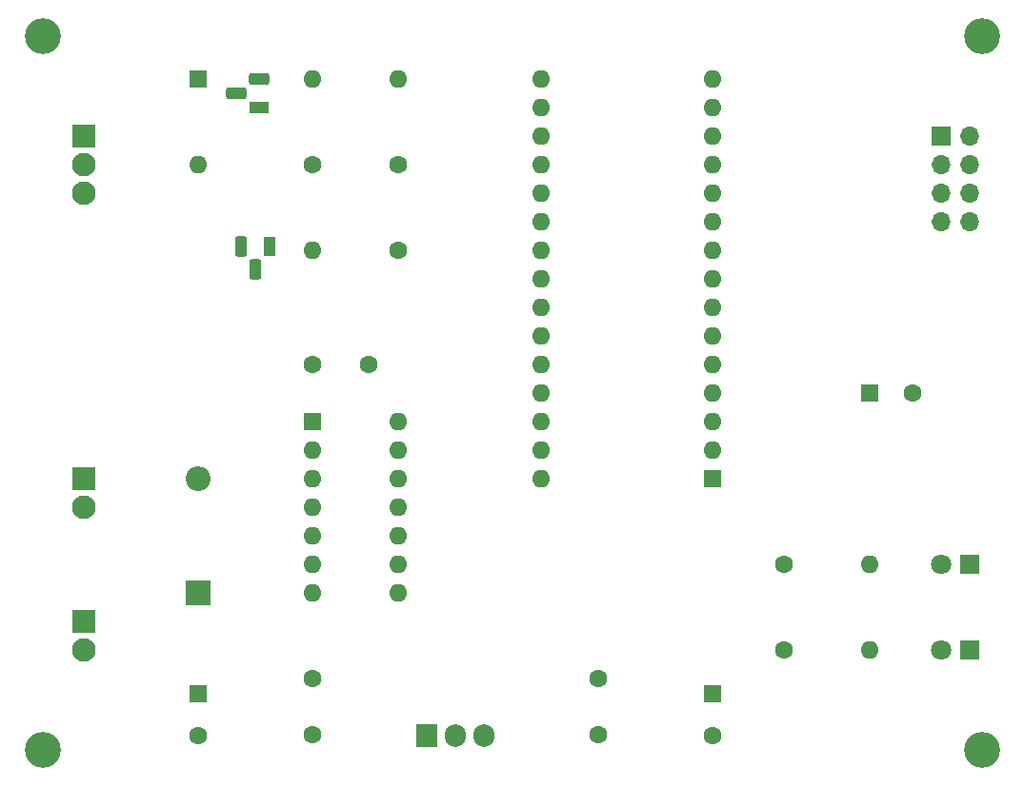
<source format=gbr>
%TF.GenerationSoftware,KiCad,Pcbnew,7.0.6*%
%TF.CreationDate,2023-08-28T19:52:01+02:00*%
%TF.ProjectId,ps2_mouse_to_serial_port_adapter_in_a_box,7073325f-6d6f-4757-9365-5f746f5f7365,rev?*%
%TF.SameCoordinates,Original*%
%TF.FileFunction,Soldermask,Bot*%
%TF.FilePolarity,Negative*%
%FSLAX46Y46*%
G04 Gerber Fmt 4.6, Leading zero omitted, Abs format (unit mm)*
G04 Created by KiCad (PCBNEW 7.0.6) date 2023-08-28 19:52:01*
%MOMM*%
%LPD*%
G01*
G04 APERTURE LIST*
G04 Aperture macros list*
%AMRoundRect*
0 Rectangle with rounded corners*
0 $1 Rounding radius*
0 $2 $3 $4 $5 $6 $7 $8 $9 X,Y pos of 4 corners*
0 Add a 4 corners polygon primitive as box body*
4,1,4,$2,$3,$4,$5,$6,$7,$8,$9,$2,$3,0*
0 Add four circle primitives for the rounded corners*
1,1,$1+$1,$2,$3*
1,1,$1+$1,$4,$5*
1,1,$1+$1,$6,$7*
1,1,$1+$1,$8,$9*
0 Add four rect primitives between the rounded corners*
20,1,$1+$1,$2,$3,$4,$5,0*
20,1,$1+$1,$4,$5,$6,$7,0*
20,1,$1+$1,$6,$7,$8,$9,0*
20,1,$1+$1,$8,$9,$2,$3,0*%
G04 Aperture macros list end*
%ADD10R,1.800000X1.100000*%
%ADD11RoundRect,0.275000X0.625000X-0.275000X0.625000X0.275000X-0.625000X0.275000X-0.625000X-0.275000X0*%
%ADD12R,1.100000X1.800000*%
%ADD13RoundRect,0.275000X0.275000X0.625000X-0.275000X0.625000X-0.275000X-0.625000X0.275000X-0.625000X0*%
%ADD14R,2.100000X2.100000*%
%ADD15C,2.100000*%
%ADD16R,1.600000X1.600000*%
%ADD17C,1.600000*%
%ADD18C,3.200000*%
%ADD19R,2.200000X2.200000*%
%ADD20O,2.200000X2.200000*%
%ADD21R,1.800000X1.800000*%
%ADD22C,1.800000*%
%ADD23O,1.600000X1.600000*%
%ADD24R,1.905000X2.000000*%
%ADD25O,1.905000X2.000000*%
%ADD26R,1.700000X1.700000*%
%ADD27O,1.700000X1.700000*%
G04 APERTURE END LIST*
D10*
%TO.C,U2*%
X34859000Y-21919000D03*
D11*
X32789000Y-20649000D03*
X34859000Y-19379000D03*
%TD*%
D12*
%TO.C,Q1*%
X35729000Y-34219000D03*
D13*
X34459000Y-36289000D03*
X33189000Y-34219000D03*
%TD*%
D14*
%TO.C,J1*%
X19219000Y-67639000D03*
D15*
X19219000Y-70179000D03*
%TD*%
D16*
%TO.C,C5*%
X75099000Y-73999000D03*
D17*
X75099000Y-77799000D03*
%TD*%
D18*
%TO.C,H1*%
X15569000Y-15569000D03*
%TD*%
D19*
%TO.C,D2*%
X29379000Y-65099000D03*
D20*
X29379000Y-54939000D03*
%TD*%
D21*
%TO.C,D4*%
X97959000Y-70179000D03*
D22*
X95419000Y-70179000D03*
%TD*%
D16*
%TO.C,U1*%
X39539000Y-49859000D03*
D23*
X39539000Y-52399000D03*
X39539000Y-54939000D03*
X39539000Y-57479000D03*
X39539000Y-60019000D03*
X39539000Y-62559000D03*
X39539000Y-65099000D03*
X47159000Y-65099000D03*
X47159000Y-62559000D03*
X47159000Y-60019000D03*
X47159000Y-57479000D03*
X47159000Y-54939000D03*
X47159000Y-52399000D03*
X47159000Y-49859000D03*
%TD*%
D16*
%TO.C,D1*%
X29379000Y-19379000D03*
D23*
X29379000Y-26999000D03*
%TD*%
D17*
%TO.C,R1*%
X47159000Y-26999000D03*
D23*
X47159000Y-19379000D03*
%TD*%
D18*
%TO.C,H3*%
X15569000Y-79069000D03*
%TD*%
D17*
%TO.C,C3*%
X39539000Y-72719000D03*
X39539000Y-77719000D03*
%TD*%
%TO.C,R2*%
X39539000Y-26999000D03*
D23*
X39539000Y-19379000D03*
%TD*%
D21*
%TO.C,D3*%
X97959000Y-62559000D03*
D22*
X95419000Y-62559000D03*
%TD*%
D17*
%TO.C,R3*%
X47159000Y-34619000D03*
D23*
X39539000Y-34619000D03*
%TD*%
D17*
%TO.C,R4*%
X81449000Y-62559000D03*
D23*
X89069000Y-62559000D03*
%TD*%
D18*
%TO.C,H4*%
X99069000Y-79069000D03*
%TD*%
D17*
%TO.C,C4*%
X64939000Y-72719000D03*
X64939000Y-77719000D03*
%TD*%
D14*
%TO.C,J3*%
X19219000Y-24459000D03*
D15*
X19219000Y-26999000D03*
X19219000Y-29539000D03*
%TD*%
D16*
%TO.C,A1*%
X75099000Y-54939000D03*
D23*
X75099000Y-52399000D03*
X75099000Y-49859000D03*
X75099000Y-47319000D03*
X75099000Y-44779000D03*
X75099000Y-42239000D03*
X75099000Y-39699000D03*
X75099000Y-37159000D03*
X75099000Y-34619000D03*
X75099000Y-32079000D03*
X75099000Y-29539000D03*
X75099000Y-26999000D03*
X75099000Y-24459000D03*
X75099000Y-21919000D03*
X75099000Y-19379000D03*
X59859000Y-19379000D03*
X59859000Y-21919000D03*
X59859000Y-24459000D03*
X59859000Y-26999000D03*
X59859000Y-29539000D03*
X59859000Y-32079000D03*
X59859000Y-34619000D03*
X59859000Y-37159000D03*
X59859000Y-39699000D03*
X59859000Y-42239000D03*
X59859000Y-44779000D03*
X59859000Y-47319000D03*
X59859000Y-49859000D03*
X59859000Y-52399000D03*
X59859000Y-54939000D03*
%TD*%
D17*
%TO.C,R5*%
X81449000Y-70179000D03*
D23*
X89069000Y-70179000D03*
%TD*%
D24*
%TO.C,U3*%
X49699000Y-77799000D03*
D25*
X52239000Y-77799000D03*
X54779000Y-77799000D03*
%TD*%
D26*
%TO.C,J2*%
X95419000Y-24459000D03*
D27*
X97959000Y-24459000D03*
X95419000Y-26999000D03*
X97959000Y-26999000D03*
X95419000Y-29539000D03*
X97959000Y-29539000D03*
X95419000Y-32079000D03*
X97959000Y-32079000D03*
%TD*%
D16*
%TO.C,C2*%
X29379000Y-73999000D03*
D17*
X29379000Y-77799000D03*
%TD*%
D16*
%TO.C,C1*%
X89079000Y-47319000D03*
D17*
X92879000Y-47319000D03*
%TD*%
D18*
%TO.C,H2*%
X99069000Y-15569000D03*
%TD*%
D14*
%TO.C,SW1*%
X19219000Y-54939000D03*
D15*
X19219000Y-57479000D03*
%TD*%
D17*
%TO.C,C6*%
X44539000Y-44779000D03*
X39539000Y-44779000D03*
%TD*%
M02*

</source>
